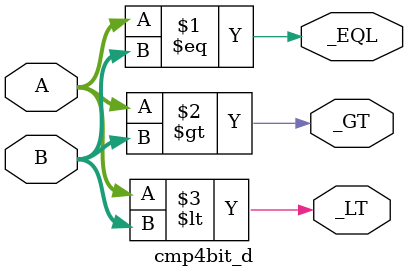
<source format=v>
/* 4 bits comparator in gate level */
module cmp4bit_d(A, B, _EQL, _GT, _LT);
    input   [3:0]   A, B;
    output          _EQL, _GT, _LT;
    wire            _EQL, _GT, _LT;

    assign _EQL = (A == B);
    assign _GT = (A > B);
    assign _LT = (A < B);
    /*
    wire    [3:0]   abeql, agtb, altb;
    wire    [1:0]   xout, add_gt, add_lt;
    wire    [2:0]   mul_gt, mul_lt;
    */
    /*
    assign abeql[0] = A[0] ^ ~B[0];
    assign abeql[1] = A[1] ^ ~B[1];
    assign abeql[2] = A[2] ^ ~B[2];
    assign abeql[3] = A[3] ^ ~B[3];

    assign agtb[0] = A[0] & ~B[0];
    assign agtb[1] = A[1] & ~B[1];
    assign agtb[2] = A[2] & ~B[2];
    assign agtb[3] = A[3] & ~B[3];

    assign altb[0] = ~A[0] & B[0];
    assign altb[1] = ~A[1] & B[1];
    assign altb[2] = ~A[2] & B[2];
    assign altb[3] = ~A[3] & B[3];
    
    */
    /* (A=B) = x[3]x[2]x[1]x[0] */
    //assign _EQL = ((A[0] ^ ~B[0]) & (A[1] ^ ~B[1]) & (A[2] ^ ~B[2]) & (A[3] ^ ~B[3]));
    
    /* (A>B) = A[3]B[3]' + x[3]A[2]B[2]' + x[3]x[2]A[1]B[1]' + x[3]x[2]x[1]A[0]B[0]' */
    //assign _GT = ((A[3] & ~B[3]) | ((A[3] ^ ~B[3]) & (A[2] & ~B[2])) | ((A[3] ^ ~B[3]) & (A[2] ^ ~B[2]) & (A[1] ^ ~B[1]) & (A[1] & ~B[1])) | ((A[3] ^ ~B[3]) & (A[2] ^ ~B[2]) & (A[1] ^ ~B[1]) & (A[0] & ~B[0])));
    
    /* (A<B) = A[3]'B[3] + x[3]A[2]'B[2] + x[3]x[2]A[1]'B[1] + x[3]x[2]x[1]A[0]'B[0] */
    //assign _LT = ((~A[3] & B[3]) | ((A[3] ^ ~B[3]) & (~A[2] & B[2])) | ((A[3] ^ ~B[3]) & (A[2] ^ ~B[2]) & (A[1] ^ ~B[1]) & (~A[1] & B[1])) | ((A[3] ^ ~B[3]) & (A[2] ^ ~B[2]) & (A[1] ^ ~B[1]) & (~A[0] & B[0])));

endmodule

</source>
